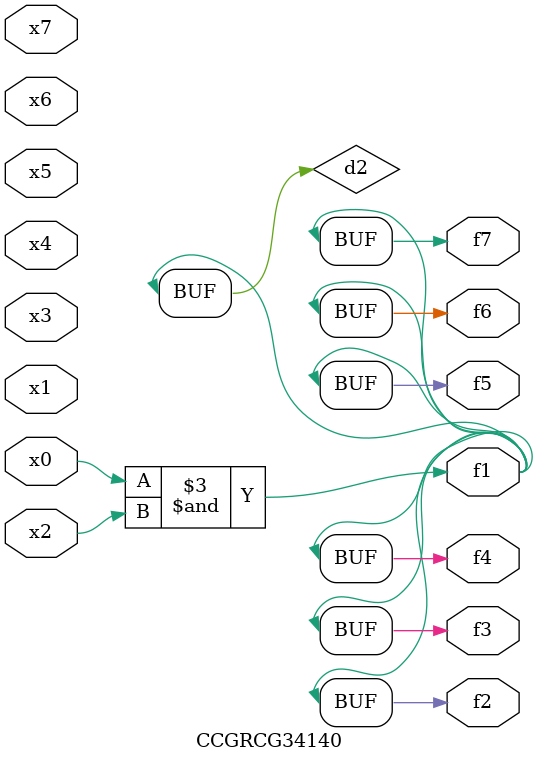
<source format=v>
module CCGRCG34140(
	input x0, x1, x2, x3, x4, x5, x6, x7,
	output f1, f2, f3, f4, f5, f6, f7
);

	wire d1, d2;

	nor (d1, x3, x6);
	and (d2, x0, x2);
	assign f1 = d2;
	assign f2 = d2;
	assign f3 = d2;
	assign f4 = d2;
	assign f5 = d2;
	assign f6 = d2;
	assign f7 = d2;
endmodule

</source>
